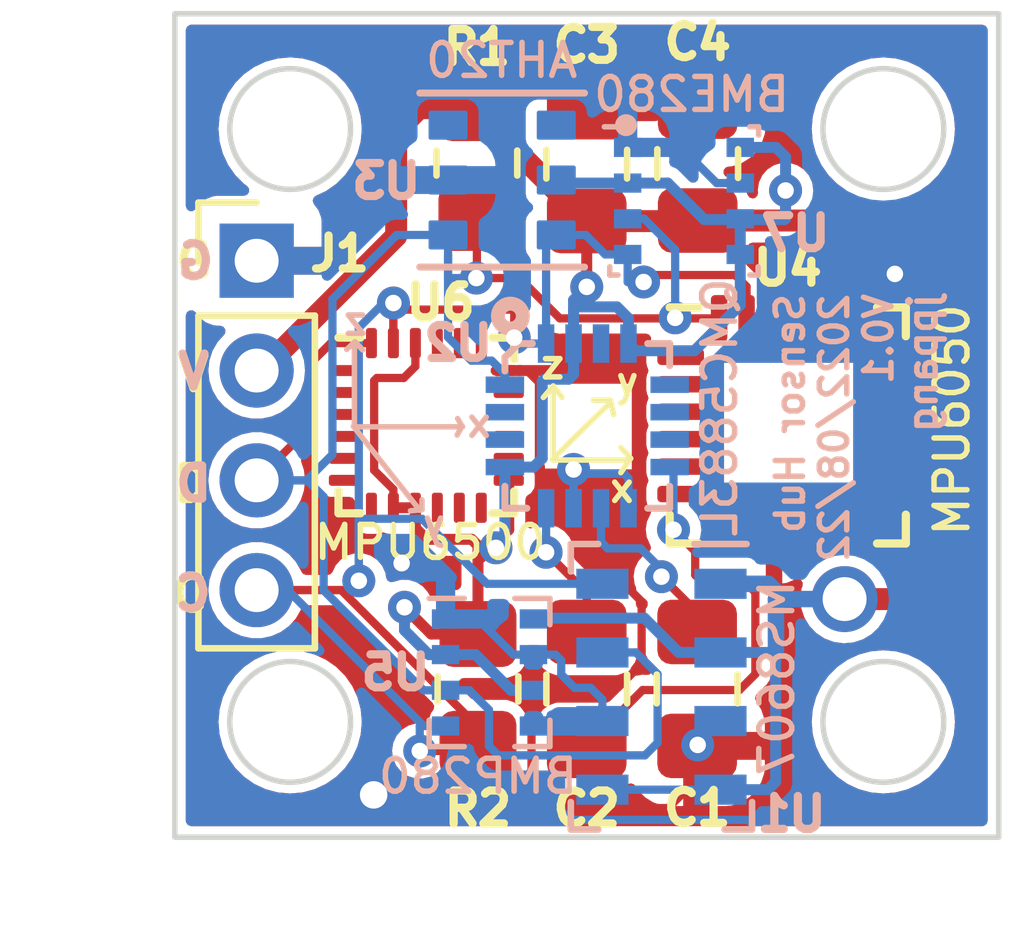
<source format=kicad_pcb>
(kicad_pcb (version 20211014) (generator pcbnew)
  (layers (0 "F.Cu" signal) (31 "B.Cu" signal) (34 "B.Paste" user) (35 "F.Paste" user) (36 "B.SilkS" user "B.Silkscreen") (37 "F.SilkS" user "F.Silkscreen") (38 "B.Mask" user) (39 "F.Mask" user) (44 "Edge.Cuts" user))
  (net 0 "")
  (net 1 "Net-(C1-Pad1)")
  (net 2 "GND")
  (net 3 "Net-(C2-Pad1)")
  (net 4 "Net-(C2-Pad2)")
  (net 5 "/3V3")
  (net 6 "/SDA")
  (net 7 "/SCL")
  (footprint "Capacitor_SMD:C_0805_2012Metric_Pad1.18x1.45mm_HandSolder" (layer "F.Cu") (at 107.5 102.3 -90)
    (fp_text reference "C2" (at 2.18 0 180) (layer "F.SilkS") (effects (font (size 0.6 0.6))))
    (fp_text value "0.22uF")
    (fp_line (start -0.261252 0.735) (end 0.261252 0.735) (layer "F.SilkS") (width 0.12))
    (fp_line (start -0.261252 -0.735) (end 0.261252 -0.735) (layer "F.SilkS") (width 0.12))
    (pad "1" smd roundrect locked (at -1.0375 0 270) (size 1.175 1.45) (layers "F.Cu" "F.Paste" "F.Mask") (roundrect_rratio 0.2127659574) (net 3 "Net-(C2-Pad1)"))
    (pad "2" smd roundrect locked (at 1.0375 0 270) (size 1.175 1.45) (layers "F.Cu" "F.Paste" "F.Mask") (roundrect_rratio 0.2127659574) (net 4 "Net-(C2-Pad2)"))
  )
  (footprint "Connector_PinHeader_2.00mm:PinHeader_1x04_P2.00mm_Vertical" (layer "F.Cu") (at 101.49 94.5)
    (fp_text reference "J1" (at 1.51 -0.13) (layer "F.SilkS") (effects (font (size 0.6 0.6))))
    (fp_text value "Conn_01x04")
    (fp_line (start -1.06 7.06) (end 1.06 7.06) (layer "F.SilkS") (width 0.12))
    (fp_line (start -1.06 -1.06) (end 0 -1.06) (layer "F.SilkS") (width 0.12))
    (fp_line (start 1.06 1) (end 1.06 7.06) (layer "F.SilkS") (width 0.12))
    (fp_line (start -1.06 0) (end -1.06 -1.06) (layer "F.SilkS") (width 0.12))
    (fp_line (start -1.06 1) (end 1.06 1) (layer "F.SilkS") (width 0.12))
    (fp_line (start -1.06 1) (end -1.06 7.06) (layer "F.SilkS") (width 0.12))
    (pad "1" thru_hole rect locked (at 0 0) (size 1.35 1.35) (drill 0.8) (layers *.Cu *.Mask) (net 2 "GND"))
    (pad "2" thru_hole oval locked (at 0 2) (size 1.35 1.35) (drill 0.8) (layers *.Cu *.Mask) (net 5 "/3V3"))
    (pad "3" thru_hole oval locked (at 0 4) (size 1.35 1.35) (drill 0.8) (layers *.Cu *.Mask) (net 6 "/SDA"))
    (pad "4" thru_hole oval locked (at 0 6) (size 1.35 1.35) (drill 0.8) (layers *.Cu *.Mask) (net 7 "/SCL"))
  )
  (footprint "Capacitor_SMD:C_0805_2012Metric_Pad1.18x1.45mm_HandSolder" (layer "F.Cu") (at 109.52 92.73 90)
    (fp_text reference "C4" (at 2.21 0 180) (layer "F.SilkS") (effects (font (size 0.6 0.6))))
    (fp_text value "0.1uF")
    (fp_line (start -0.261252 -0.735) (end 0.261252 -0.735) (layer "F.SilkS") (width 0.12))
    (fp_line (start -0.261252 0.735) (end 0.261252 0.735) (layer "F.SilkS") (width 0.12))
    (pad "1" smd roundrect locked (at -1.0375 0 90) (size 1.175 1.45) (layers "F.Cu" "F.Paste" "F.Mask") (roundrect_rratio 0.2127659574) (net 5 "/3V3"))
    (pad "2" smd roundrect locked (at 1.0375 0 90) (size 1.175 1.45) (layers "F.Cu" "F.Paste" "F.Mask") (roundrect_rratio 0.2127659574) (net 2 "GND"))
  )
  (footprint "Capacitor_SMD:C_0805_2012Metric_Pad1.18x1.45mm_HandSolder" (layer "F.Cu") (at 109.51 102.3 -90)
    (fp_text reference "C1" (at 2.17 0 180) (layer "F.SilkS") (effects (font (size 0.6 0.6))))
    (fp_text value "4.7uF")
    (fp_line (start -0.261252 -0.735) (end 0.261252 -0.735) (layer "F.SilkS") (width 0.12))
    (fp_line (start -0.261252 0.735) (end 0.261252 0.735) (layer "F.SilkS") (width 0.12))
    (pad "1" smd roundrect locked (at -1.0375 0 270) (size 1.175 1.45) (layers "F.Cu" "F.Paste" "F.Mask") (roundrect_rratio 0.2127659574) (net 1 "Net-(C1-Pad1)"))
    (pad "2" smd roundrect locked (at 1.0375 0 270) (size 1.175 1.45) (layers "F.Cu" "F.Paste" "F.Mask") (roundrect_rratio 0.2127659574) (net 2 "GND"))
  )
  (footprint "Resistor_SMD:R_0805_2012Metric_Pad1.20x1.40mm_HandSolder" (layer "F.Cu") (at 105.5 92.72 -90)
    (fp_text reference "R1" (at -2.11 0 -180) (layer "F.SilkS") (effects (font (size 0.6 0.6))))
    (fp_text value "4.7K")
    (fp_line (start -0.227064 0.735) (end 0.227064 0.735) (layer "F.SilkS") (width 0.12))
    (fp_line (start -0.227064 -0.735) (end 0.227064 -0.735) (layer "F.SilkS") (width 0.12))
    (pad "1" smd roundrect locked (at -1 0 270) (size 1.2 1.4) (layers "F.Cu" "F.Paste" "F.Mask") (roundrect_rratio 0.2083333333) (net 5 "/3V3"))
    (pad "2" smd roundrect locked (at 1 0 270) (size 1.2 1.4) (layers "F.Cu" "F.Paste" "F.Mask") (roundrect_rratio 0.2083333333) (net 6 "/SDA"))
  )
  (footprint "Capacitor_SMD:C_0805_2012Metric_Pad1.18x1.45mm_HandSolder" (layer "F.Cu") (at 107.5 92.74 90)
    (fp_text reference "C3" (at 2.17 0 180) (layer "F.SilkS") (effects (font (size 0.6 0.6))))
    (fp_text value "4.7uF")
    (fp_line (start -0.261252 0.735) (end 0.261252 0.735) (layer "F.SilkS") (width 0.12))
    (fp_line (start -0.261252 -0.735) (end 0.261252 -0.735) (layer "F.SilkS") (width 0.12))
    (pad "1" smd roundrect locked (at -1.0375 0 90) (size 1.175 1.45) (layers "F.Cu" "F.Paste" "F.Mask") (roundrect_rratio 0.2127659574) (net 5 "/3V3"))
    (pad "2" smd roundrect locked (at 1.0375 0 90) (size 1.175 1.45) (layers "F.Cu" "F.Paste" "F.Mask") (roundrect_rratio 0.2127659574) (net 2 "GND"))
  )
  (footprint "Resistor_SMD:R_0805_2012Metric_Pad1.20x1.40mm_HandSolder" (layer "F.Cu") (at 105.52 102.3 -90)
    (fp_text reference "R2" (at 2.18 0 -180) (layer "F.SilkS") (effects (font (size 0.6 0.6))))
    (fp_text value "4.7K")
    (fp_line (start -0.227064 -0.735) (end 0.227064 -0.735) (layer "F.SilkS") (width 0.12))
    (fp_line (start -0.227064 0.735) (end 0.227064 0.735) (layer "F.SilkS") (width 0.12))
    (pad "1" smd roundrect locked (at -1 0 270) (size 1.2 1.4) (layers "F.Cu" "F.Paste" "F.Mask") (roundrect_rratio 0.2083333333) (net 5 "/3V3"))
    (pad "2" smd roundrect locked (at 1 0 270) (size 1.2 1.4) (layers "F.Cu" "F.Paste" "F.Mask") (roundrect_rratio 0.2083333333) (net 7 "/SCL"))
  )
  (footprint "Sensor_Motion:InvenSense_QFN-24_3x3mm_P0.4mm" (layer "F.Cu") (at 104.58 97.5)
    (fp_text reference "U6" (at 0.26 -2.24) (layer "F.SilkS") (effects (font (size 0.6 0.6))))
    (fp_text value "MPU-9250")
    (fp_line (start 1.6 1.6) (end 1.6 1.2) (layer "F.SilkS") (width 0.15))
    (fp_line (start 1.6 -1.6) (end 1.2 -1.6) (layer "F.SilkS") (width 0.15))
    (fp_line (start 1.6 1.6) (end 1.2 1.6) (layer "F.SilkS") (width 0.15))
    (fp_line (start -1.6 1.6) (end -1.6 1.2) (layer "F.SilkS") (width 0.15))
    (fp_line (start -1.6 -1.6) (end -1.2 -1.6) (layer "F.SilkS") (width 0.15))
    (fp_line (start 1.6 -1.6) (end 1.6 -1.2) (layer "F.SilkS") (width 0.15))
    (fp_line (start -1.6 1.6) (end -1.2 1.6) (layer "F.SilkS") (width 0.15))
    (pad "1" smd roundrect locked (at -1.5 -1) (size 0.55 0.2) (layers "F.Cu" "F.Paste" "F.Mask"))
    (pad "2" smd roundrect locked (at -1.5 -0.6) (size 0.55 0.2) (layers "F.Cu" "F.Paste" "F.Mask"))
    (pad "3" smd roundrect locked (at -1.5 -0.2) (size 0.55 0.2) (layers "F.Cu" "F.Paste" "F.Mask"))
    (pad "4" smd roundrect locked (at -1.5 0.2) (size 0.55 0.2) (layers "F.Cu" "F.Paste" "F.Mask"))
    (pad "5" smd roundrect locked (at -1.5 0.6) (size 0.55 0.2) (layers "F.Cu" "F.Paste" "F.Mask"))
    (pad "6" smd roundrect locked (at -1.5 1) (size 0.55 0.2) (layers "F.Cu" "F.Paste" "F.Mask"))
    (pad "7" smd roundrect locked (at -1 1.5 90) (size 0.55 0.2) (layers "F.Cu" "F.Paste" "F.Mask"))
    (pad "8" smd roundrect locked (at -0.6 1.5 90) (size 0.55 0.2) (layers "F.Cu" "F.Paste" "F.Mask") (net 5 "/3V3"))
    (pad "9" smd roundrect locked (at -0.2 1.5 90) (size 0.55 0.2) (layers "F.Cu" "F.Paste" "F.Mask") (net 5 "/3V3"))
    (pad "10" smd roundrect locked (at 0.2 1.5 90) (size 0.55 0.2) (layers "F.Cu" "F.Paste" "F.Mask"))
    (pad "11" smd roundrect locked (at 0.6 1.5 90) (size 0.55 0.2) (layers "F.Cu" "F.Paste" "F.Mask"))
    (pad "12" smd roundrect locked (at 1 1.5 90) (size 0.55 0.2) (layers "F.Cu" "F.Paste" "F.Mask"))
    (pad "13" smd roundrect locked (at 1.5 1) (size 0.55 0.2) (layers "F.Cu" "F.Paste" "F.Mask") (net 5 "/3V3"))
    (pad "14" smd roundrect locked (at 1.5 0.6) (size 0.55 0.2) (layers "F.Cu" "F.Paste" "F.Mask"))
    (pad "15" smd roundrect locked (at 1.5 0.2) (size 0.55 0.2) (layers "F.Cu" "F.Paste" "F.Mask"))
    (pad "16" smd roundrect locked (at 1.5 -0.2) (size 0.55 0.2) (layers "F.Cu" "F.Paste" "F.Mask"))
    (pad "17" smd roundrect locked (at 1.5 -0.6) (size 0.55 0.2) (layers "F.Cu" "F.Paste" "F.Mask"))
    (pad "18" smd roundrect locked (at 1.5 -1) (size 0.55 0.2) (layers "F.Cu" "F.Paste" "F.Mask") (net 2 "GND"))
    (pad "19" smd roundrect locked (at 1 -1.5 90) (size 0.55 0.2) (layers "F.Cu" "F.Paste" "F.Mask"))
    (pad "20" smd roundrect locked (at 0.6 -1.5 90) (size 0.55 0.2) (layers "F.Cu" "F.Paste" "F.Mask"))
    (pad "21" smd roundrect locked (at 0.2 -1.5 90) (size 0.55 0.2) (layers "F.Cu" "F.Paste" "F.Mask"))
    (pad "22" smd roundrect locked (at -0.2 -1.5 90) (size 0.55 0.2) (layers "F.Cu" "F.Paste" "F.Mask") (net 5 "/3V3"))
    (pad "23" smd roundrect locked (at -0.6 -1.5 90) (size 0.55 0.2) (layers "F.Cu" "F.Paste" "F.Mask") (net 7 "/SCL"))
    (pad "24" smd roundrect locked (at -1 -1.5 90) (size 0.55 0.2) (layers "F.Cu" "F.Paste" "F.Mask") (net 6 "/SDA"))
  )
  (footprint "Sensor_Motion:InvenSense_QFN-24_4x4mm_P0.5mm" (layer "F.Cu") (at 111.16 97.5)
    (fp_text reference "U4" (at 0 -2.87) (layer "F.SilkS") (effects (font (size 0.6 0.6))))
    (fp_text value "MPU-6050")
    (fp_line (start 2.15 2.15) (end 2.15 1.625) (layer "F.SilkS") (width 0.15))
    (fp_line (start -2.15 -2.15) (end -1.625 -2.15) (layer "F.SilkS") (width 0.15))
    (fp_line (start 2.15 -2.15) (end 2.15 -1.625) (layer "F.SilkS") (width 0.15))
    (fp_line (start -2.15 2.15) (end -1.625 2.15) (layer "F.SilkS") (width 0.15))
    (fp_line (start 2.15 -2.15) (end 1.625 -2.15) (layer "F.SilkS") (width 0.15))
    (fp_line (start 2.15 2.15) (end 1.625 2.15) (layer "F.SilkS") (width 0.15))
    (fp_line (start -2.15 2.15) (end -2.15 1.625) (layer "F.SilkS") (width 0.15))
    (pad "1" smd roundrect locked (at -1.95 -1.25) (size 0.85 0.3) (layers "F.Cu" "F.Paste" "F.Mask"))
    (pad "2" smd roundrect locked (at -1.95 -0.75) (size 0.85 0.3) (layers "F.Cu" "F.Paste" "F.Mask"))
    (pad "3" smd roundrect locked (at -1.95 -0.25) (size 0.85 0.3) (layers "F.Cu" "F.Paste" "F.Mask"))
    (pad "4" smd roundrect locked (at -1.95 0.25) (size 0.85 0.3) (layers "F.Cu" "F.Paste" "F.Mask"))
    (pad "5" smd roundrect locked (at -1.95 0.75) (size 0.85 0.3) (layers "F.Cu" "F.Paste" "F.Mask"))
    (pad "6" smd roundrect locked (at -1.95 1.25) (size 0.85 0.3) (layers "F.Cu" "F.Paste" "F.Mask"))
    (pad "7" smd roundrect locked (at -1.25 1.95 90) (size 0.85 0.3) (layers "F.Cu" "F.Paste" "F.Mask"))
    (pad "8" smd roundrect locked (at -0.75 1.95 90) (size 0.85 0.3) (layers "F.Cu" "F.Paste" "F.Mask") (net 5 "/3V3"))
    (pad "9" smd roundrect locked (at -0.25 1.95 90) (size 0.85 0.3) (layers "F.Cu" "F.Paste" "F.Mask") (net 2 "GND"))
    (pad "10" smd roundrect locked (at 0.25 1.95 90) (size 0.85 0.3) (layers "F.Cu" "F.Paste" "F.Mask"))
    (pad "11" smd roundrect locked (at 0.75 1.95 90) (size 0.85 0.3) (layers "F.Cu" "F.Paste" "F.Mask"))
    (pad "12" smd roundrect locked (at 1.25 1.95 90) (size 0.85 0.3) (layers "F.Cu" "F.Paste" "F.Mask"))
    (pad "13" smd roundrect locked (at 1.95 1.25) (size 0.85 0.3) (layers "F.Cu" "F.Paste" "F.Mask") (net 5 "/3V3"))
    (pad "14" smd roundrect locked (at 1.95 0.75) (size 0.85 0.3) (layers "F.Cu" "F.Paste" "F.Mask"))
    (pad "15" smd roundrect locked (at 1.95 0.25) (size 0.85 0.3) (layers "F.Cu" "F.Paste" "F.Mask"))
    (pad "16" smd roundrect locked (at 1.95 -0.25) (size 0.85 0.3) (layers "F.Cu" "F.Paste" "F.Mask"))
    (pad "17" smd roundrect locked (at 1.95 -0.75) (size 0.85 0.3) (layers "F.Cu" "F.Paste" "F.Mask"))
    (pad "18" smd roundrect locked (at 1.95 -1.25) (size 0.85 0.3) (layers "F.Cu" "F.Paste" "F.Mask") (net 2 "GND"))
    (pad "19" smd roundrect locked (at 1.25 -1.95 90) (size 0.85 0.3) (layers "F.Cu" "F.Paste" "F.Mask"))
    (pad "20" smd roundrect locked (at 0.75 -1.95 90) (size 0.85 0.3) (layers "F.Cu" "F.Paste" "F.Mask"))
    (pad "21" smd roundrect locked (at 0.25 -1.95 90) (size 0.85 0.3) (layers "F.Cu" "F.Paste" "F.Mask"))
    (pad "22" smd roundrect locked (at -0.25 -1.95 90) (size 0.85 0.3) (layers "F.Cu" "F.Paste" "F.Mask"))
    (pad "23" smd roundrect locked (at -0.75 -1.95 90) (size 0.85 0.3) (layers "F.Cu" "F.Paste" "F.Mask") (net 7 "/SCL"))
    (pad "24" smd roundrect locked (at -1.25 -1.95 90) (size 0.85 0.3) (layers "F.Cu" "F.Paste" "F.Mask") (net 6 "/SDA"))
  )
  (footprint "AHT20:PSON100P300X300X110-6N" (layer "B.Cu") (at 105.96 93.03 180)
    (fp_text reference "U3" (at 2.11 -0.02) (layer "B.SilkS") (effects (font (size 0.6 0.6)) (justify mirror)))
    (fp_text value "AHT20")
    (fp_line (start 1.5 -1.585) (end -1.5 -1.585) (layer "B.SilkS") (width 0.127))
    (fp_line (start -1.5 1.585) (end 1.5 1.585) (layer "B.SilkS") (width 0.127))
    (fp_circle (center -2.255 1) (end -2.155 1) (layer "B.SilkS") (width 0.2) (fill none))
    (pad "1" smd roundrect locked (at -0.985 1 180) (size 0.71 0.53) (layers "B.Cu" "B.Paste" "B.Mask") (roundrect_rratio 0.07))
    (pad "2" smd roundrect locked (at -0.985 0 180) (size 0.71 0.53) (layers "B.Cu" "B.Paste" "B.Mask") (roundrect_rratio 0.07) (net 5 "/3V3"))
    (pad "3" smd roundrect locked (at -0.985 -1 180) (size 0.71 0.53) (layers "B.Cu" "B.Paste" "B.Mask") (roundrect_rratio 0.07) (net 7 "/SCL"))
    (pad "4" smd roundrect locked (at 0.985 -1 180) (size 0.71 0.53) (layers "B.Cu" "B.Paste" "B.Mask") (roundrect_rratio 0.07) (net 6 "/SDA"))
    (pad "5" smd roundrect locked (at 0.985 0 180) (size 0.71 0.53) (layers "B.Cu" "B.Paste" "B.Mask") (roundrect_rratio 0.07) (net 2 "GND"))
    (pad "6" smd roundrect locked (at 0.985 1 180) (size 0.71 0.53) (layers "B.Cu" "B.Paste" "B.Mask") (roundrect_rratio 0.07))
  )
  (footprint "Package_LGA:Bosch_LGA-8_2x2.5mm_P0.65mm_ClockwisePinNumbering" (layer "B.Cu") (at 105.73 102 -90)
    (fp_text reference "U5" (at 0 1.71 180) (layer "B.SilkS") (effects (font (size 0.6 0.6)) (justify mirror)))
    (fp_text value "BMP280")
    (fp_line (start -1.35 0.46) (end -1.35 1.1) (layer "B.SilkS") (width 0.1))
    (fp_line (start -1.35 -1.1) (end -1.35 -0.46) (layer "B.SilkS") (width 0.1))
    (fp_line (start -1.35 -1.1) (end -0.87 -1.1) (layer "B.SilkS") (width 0.1))
    (fp_line (start 0.87 1.1) (end 1.35 1.1) (layer "B.SilkS") (width 0.1))
    (fp_line (start 0.87 -1.1) (end 1.35 -1.1) (layer "B.SilkS") (width 0.1))
    (fp_line (start 1.35 0.46) (end 1.35 1.1) (layer "B.SilkS") (width 0.1))
    (fp_line (start 1.35 -1.1) (end 1.35 -0.46) (layer "B.SilkS") (width 0.1))
    (pad "1" smd rect locked (at -0.975 0.8 180) (size 0.5 0.35) (layers "B.Cu" "B.Paste" "B.Mask") (net 2 "GND"))
    (pad "2" smd rect locked (at -0.325 0.8 180) (size 0.5 0.35) (layers "B.Cu" "B.Paste" "B.Mask") (net 5 "/3V3"))
    (pad "3" smd rect locked (at 0.325 0.8 180) (size 0.5 0.35) (layers "B.Cu" "B.Paste" "B.Mask") (net 6 "/SDA"))
    (pad "4" smd rect locked (at 0.975 0.8 180) (size 0.5 0.35) (layers "B.Cu" "B.Paste" "B.Mask") (net 7 "/SCL"))
    (pad "5" smd rect locked (at 0.975 -0.8 180) (size 0.5 0.35) (layers "B.Cu" "B.Paste" "B.Mask") (net 2 "GND"))
    (pad "6" smd rect locked (at 0.325 -0.8 180) (size 0.5 0.35) (layers "B.Cu" "B.Paste" "B.Mask") (net 5 "/3V3"))
    (pad "7" smd rect locked (at -0.325 -0.8 180) (size 0.5 0.35) (layers "B.Cu" "B.Paste" "B.Mask") (net 2 "GND"))
    (pad "8" smd rect locked (at -0.975 -0.8 180) (size 0.5 0.35) (layers "B.Cu" "B.Paste" "B.Mask") (net 5 "/3V3"))
  )
  (footprint "HMC5883L:PLCC16-0.5-3X3MM" (layer "B.Cu") (at 109.01 96.0085 -90)
    (property "VALUE" "HMC5883L")
    (fp_text reference "U2" (at -0.0085 3.85 180) (layer "B.SilkS") (effects (font (size 0.6 0.6)) (justify mirror)))
    (fp_text value "QMC5883L" (at 1.1615 -0.91 -90) (layer "B.SilkS") (effects (font (size 0.6 0.6) (thickness 0.1)) (justify mirror)))
    (fp_line (start 2.6 3) (end 3 3) (layer "B.SilkS") (width 0.127))
    (fp_line (start 0.5 3) (end 0.25 3) (layer "B.SilkS") (width 0.127))
    (fp_line (start 3 2.6) (end 3 3) (layer "B.SilkS") (width 0.127))
    (fp_line (start 3 0.4) (end 3 0) (layer "B.SilkS") (width 0.127))
    (fp_line (start 0.25 3) (end 0 2.75) (layer "B.SilkS") (width 0.127))
    (fp_line (start 0 0) (end 0 0.4) (layer "B.SilkS") (width 0.127))
    (fp_line (start 0 2.75) (end 0 2.5) (layer "B.SilkS") (width 0.127))
    (fp_line (start 3 0) (end 2.6 0) (layer "B.SilkS") (width 0.127))
    (fp_line (start 0.4 0) (end 0 0) (layer "B.SilkS") (width 0.127))
    (fp_circle (center -0.5 2.9) (end -0.4 2.9) (layer "B.SilkS") (width 0.254) (fill none))
    (pad "1" smd rect locked (at 0 2.25 270) (size 0.7 0.3) (layers "B.Cu" "B.Paste" "B.Mask") (net 7 "/SCL"))
    (pad "2" smd rect locked (at 0 1.75 270) (size 0.7 0.3) (layers "B.Cu" "B.Paste" "B.Mask") (net 5 "/3V3"))
    (pad "3" smd rect locked (at 0 1.25 270) (size 0.7 0.3) (layers "B.Cu" "B.Paste" "B.Mask"))
    (pad "4" smd rect locked (at 0 0.75 270) (size 0.7 0.3) (layers "B.Cu" "B.Paste" "B.Mask") (net 5 "/3V3"))
    (pad "5" smd rect locked (at 0.75 0 180) (size 0.7 0.3) (layers "B.Cu" "B.Paste" "B.Mask"))
    (pad "6" smd rect locked (at 1.25 0 180) (size 0.7 0.3) (layers "B.Cu" "B.Paste" "B.Mask"))
    (pad "7" smd rect locked (at 1.75 0 180) (size 0.7 0.3) (layers "B.Cu" "B.Paste" "B.Mask"))
    (pad "8" smd rect locked (at 2.25 0 180) (size 0.7 0.3) (layers "B.Cu" "B.Paste" "B.Mask") (net 4 "Net-(C2-Pad2)"))
    (pad "9" smd rect locked (at 3 0.75 270) (size 0.7 0.3) (layers "B.Cu" "B.Paste" "B.Mask") (net 2 "GND"))
    (pad "10" smd rect locked (at 3 1.25 270) (size 0.7 0.3) (layers "B.Cu" "B.Paste" "B.Mask") (net 1 "Net-(C1-Pad1)"))
    (pad "11" smd rect locked (at 3 1.75 270) (size 0.7 0.3) (layers "B.Cu" "B.Paste" "B.Mask") (net 2 "GND"))
    (pad "12" smd rect locked (at 3 2.25 270) (size 0.7 0.3) (layers "B.Cu" "B.Paste" "B.Mask") (net 3 "Net-(C2-Pad1)"))
    (pad "13" smd rect locked (at 2.25 3 180) (size 0.7 0.3) (layers "B.Cu" "B.Paste" "B.Mask") (net 5 "/3V3"))
    (pad "14" smd rect locked (at 1.75 3 180) (size 0.7 0.3) (layers "B.Cu" "B.Paste" "B.Mask"))
    (pad "15" smd rect locked (at 1.25 3 180) (size 0.7 0.3) (layers "B.Cu" "B.Paste" "B.Mask"))
    (pad "16" smd rect locked (at 0.75 3 180) (size 0.7 0.3) (layers "B.Cu" "B.Paste" "B.Mask") (net 6 "/SDA"))
  )
  (footprint "Package_LGA:Bosch_LGA-8_2.5x2.5mm_P0.65mm_ClockwisePinNumbering" (layer "B.Cu") (at 109.27 93.41 -90)
    (fp_text reference "U7" (at 0.59 -2.03 180) (layer "B.SilkS") (effects (font (size 0.6 0.6)) (justify mirror)))
    (fp_text value "BME280")
    (fp_line (start 1.35 -1.35) (end 1.2 -1.35) (layer "B.SilkS") (width 0.1))
    (fp_line (start -1.35 -1.35) (end -1.35 -1.2) (layer "B.SilkS") (width 0.1))
    (fp_line (start -1.35 -1.36) (end -1.2 -1.36) (layer "B.SilkS") (width 0.1))
    (fp_line (start 1.2 1.35) (end 1.35 1.35) (layer "B.SilkS") (width 0.1))
    (fp_line (start 1.35 1.35) (end 1.35 1.2) (layer "B.SilkS") (width 0.1))
    (fp_line (start 1.35 -1.35) (end 1.35 -1.2) (layer "B.SilkS") (width 0.1))
    (fp_line (start -1.35 1.2) (end -1.35 1.45) (layer "B.SilkS") (width 0.1))
    (pad "1" smd rect locked (at -0.975 1.025 180) (size 0.5 0.35) (layers "B.Cu" "B.Paste" "B.Mask") (net 2 "GND"))
    (pad "2" smd rect locked (at -0.325 1.025 180) (size 0.5 0.35) (layers "B.Cu" "B.Paste" "B.Mask") (net 5 "/3V3"))
    (pad "3" smd rect locked (at 0.325 1.025 180) (size 0.5 0.35) (layers "B.Cu" "B.Paste" "B.Mask") (net 6 "/SDA"))
    (pad "4" smd rect locked (at 0.975 1.025 180) (size 0.5 0.35) (layers "B.Cu" "B.Paste" "B.Mask") (net 7 "/SCL"))
    (pad "5" smd rect locked (at 0.975 -1.025 180) (size 0.5 0.35) (layers "B.Cu" "B.Paste" "B.Mask") (net 5 "/3V3"))
    (pad "6" smd rect locked (at 0.325 -1.025 180) (size 0.5 0.35) (layers "B.Cu" "B.Paste" "B.Mask") (net 5 "/3V3"))
    (pad "7" smd rect locked (at -0.325 -1.025 180) (size 0.5 0.35) (layers "B.Cu" "B.Paste" "B.Mask") (net 2 "GND"))
    (pad "8" smd rect locked (at -0.975 -1.025 180) (size 0.5 0.35) (layers "B.Cu" "B.Paste" "B.Mask") (net 5 "/3V3"))
  )
  (footprint "Package_LGA:LGA-8_3x5mm_P1.25mm" (layer "B.Cu") (at 108.86 102.26 180)
    (fp_text reference "U1" (at -2.37 -2.32) (layer "B.SilkS") (effects (font (size 0.6 0.6)) (justify mirror)))
    (fp_text value "MS5611-01BA")
    (fp_line (start 1.65 -2.1) (end 1.65 -2.6) (layer "B.SilkS") (width 0.12))
    (fp_line (start -1.65 -2.6) (end -1.65 -2.1) (layer "B.SilkS") (width 0.12))
    (fp_line (start 1.65 2.6) (end 1.65 2.1) (layer "B.SilkS") (width 0.12))
    (fp_line (start -1.15 -2.6) (end -1.65 -2.6) (layer "B.SilkS") (width 0.12))
    (fp_line (start -1.55 2.6) (end -0.6 2.6) (layer "B.SilkS") (width 0.12))
    (fp_line (start 1.15 2.6) (end 1.65 2.6) (layer "B.SilkS") (width 0.12))
    (fp_line (start 1.65 -2.6) (end 1.15 -2.6) (layer "B.SilkS") (width 0.12))
    (pad "1" smd rect locked (at -1.075 1.875 180) (size 0.95 0.55) (layers "B.Cu" "B.Paste" "B.Mask") (net 5 "/3V3"))
    (pad "2" smd rect locked (at -1.075 0.625 180) (size 0.95 0.55) (layers "B.Cu" "B.Paste" "B.Mask") (net 5 "/3V3"))
    (pad "3" smd rect locked (at -1.075 -0.625 180) (size 0.95 0.55) (layers "B.Cu" "B.Paste" "B.Mask") (net 2 "GND"))
    (pad "4" smd rect locked (at -1.075 -1.875 180) (size 0.95 0.55) (layers "B.Cu" "B.Paste" "B.Mask") (net 5 "/3V3"))
    (pad "5" smd rect locked (at 1.075 -1.875 180) (size 0.95 0.55) (layers "B.Cu" "B.Paste" "B.Mask") (net 5 "/3V3"))
    (pad "6" smd rect locked (at 1.075 -0.625 180) (size 0.95 0.55) (layers "B.Cu" "B.Paste" "B.Mask") (net 2 "GND"))
    (pad "7" smd rect locked (at 1.075 0.625 180) (size 0.95 0.55) (layers "B.Cu" "B.Paste" "B.Mask") (net 6 "/SDA"))
    (pad "8" smd rect locked (at 1.075 1.875 180) (size 0.95 0.55) (layers "B.Cu" "B.Paste" "B.Mask") (net 7 "/SCL"))
  )
  (gr_line (start 103.27 97.525) (end 105.24 97.525) (layer "B.SilkS") (width 0.1))
  (gr_line (start 103.25 97.515) (end 104.46 99.045) (layer "B.SilkS") (width 0.1))
  (gr_line (start 105.23 97.515) (end 105.14 97.675) (layer "B.SilkS") (width 0.1))
  (gr_line (start 104.5 98.855) (end 104.5 99.035) (layer "B.SilkS") (width 0.1))
  (gr_line (start 105.15 97.375) (end 105.23 97.515) (layer "B.SilkS") (width 0.1))
  (gr_line (start 103.28 95.975) (end 103.13 96.115) (layer "B.SilkS") (width 0.1))
  (gr_line (start 103.42 96.125) (end 103.3 95.995) (layer "B.SilkS") (width 0.1))
  (gr_line (start 104.5 99.035) (end 104.29 99.055) (layer "B.SilkS") (width 0.1))
  (gr_line (start 103.27 97.505) (end 103.27 95.995) (layer "B.SilkS") (width 0.1))
  (gr_line (start 107.62 97.04) (end 107.93 97.04) (layer "F.SilkS") (width 0.1))
  (gr_line (start 107.93 97.04) (end 107.99 97.3) (layer "F.SilkS") (width 0.1))
  (gr_line (start 108.3 98.1) (end 108.12 98.36) (layer "F.SilkS") (width 0.1))
  (gr_line (start 106.88 98.13) (end 108.27 98.13) (layer "F.SilkS") (width 0.1))
  (gr_line (start 106.71 96.99) (end 106.89 96.78) (layer "F.SilkS") (width 0.1))
  (gr_line (start 106.89 98.07) (end 106.89 96.83) (layer "F.SilkS") (width 0.1))
  (gr_line (start 108.12 97.9) (end 108.3 98.1) (layer "F.SilkS") (width 0.1))
  (gr_line (start 106.88 98.11) (end 107.87 97.14) (layer "F.SilkS") (width 0.1))
  (gr_line (start 106.89 96.78) (end 107.05 96.99) (layer "F.SilkS") (width 0.1))
  (gr_circle locked (center 112.9 92.1) (end 114 92.1) (layer "Edge.Cuts") (width 0.1) (fill none))
  (gr_circle locked (center 102.1 92.1) (end 103.2 92.1) (layer "Edge.Cuts") (width 0.1) (fill none))
  (gr_circle locked (center 112.9 102.9) (end 114 102.9) (layer "Edge.Cuts") (width 0.1) (fill none))
  (gr_rect locked (start 100 90) (end 115 105) (layer "Edge.Cuts") (width 0.1) (fill none))
  (gr_circle locked (center 102.1 102.9) (end 103.2 102.9) (layer "Edge.Cuts") (width 0.1) (fill none))
  (gr_text "C" (at 100.33 100.56) (layer "B.SilkS") (effects (font (size 0.6 0.6)) (justify mirror)))
  (gr_text "G" (at 100.38 94.51) (layer "B.SilkS") (effects (font (size 0.6 0.6)) (justify mirror)))
  (gr_text "D" (at 100.34 98.56) (layer "B.SilkS") (effects (font (size 0.6 0.6)) (justify mirror)))
  (gr_text "AHT20" (at 105.95 90.85) (layer "B.SilkS") (effects (font (size 0.6 0.6) (thickness 0.1)) (justify mirror)))
  (gr_text "MS8607" (at 110.96 102.1 90) (layer "B.SilkS") (effects (font (size 0.6 0.6) (thickness 0.1)) (justify mirror)))
  (gr_text "V" (at 100.34 96.52) (layer "B.SilkS") (effects (font (size 0.6 0.6)) (justify mirror)))
  (gr_text "BMP280" (at 105.52 103.89) (layer "B.SilkS") (effects (font (size 0.6 0.6) (thickness 0.1)) (justify mirror)))
  (gr_text "z" (at 103.29 95.595) (layer "B.SilkS") (effects (font (size 0.5 0.5) (thickness 0.1)) (justify mirror)))
  (gr_text "BME280" (at 109.41 91.47) (layer "B.SilkS") (effects (font (size 0.6 0.6) (thickness 0.1)) (justify mirror)))
  (gr_text "y" (at 104.72 99.295) (layer "B.SilkS") (effects (font (size 0.5 0.5) (thickness 0.1)) (justify mirror)))
  (gr_text "Sensor Hub\n2022/08/22\nV0.1\njppang" (at 112.41 95.05 90) (layer "B.SilkS") (effects (font (size 0.5 0.5) (thickness 0.1)) (justify left mirror)))
  (gr_text "x" (at 105.54 97.455) (layer "B.SilkS") (effects (font (size 0.5 0.5) (thickness 0.1)) (justify mirror)))
  (gr_text "V" (at 100.34 96.55) (layer "F.SilkS") (effects (font (size 0.6 0.6))))
  (gr_text "G" (at 100.35 94.5) (layer "F.SilkS") (effects (font (size 0.6 0.6))))
  (gr_text "C" (at 100.27 100.57) (layer "F.SilkS") (effects (font (size 0.6 0.6))))
  (gr_text "MPU6050" (at 114.15 97.4 90) (layer "F.SilkS") (effects (font (size 0.6 0.6) (thickness 0.1))))
  (gr_text "D" (at 100.3 98.57) (layer "F.SilkS") (effects (font (size 0.6 0.6))))
  (gr_text "MPU6500" (at 104.65 99.63) (layer "F.SilkS") (effects (font (size 0.6 0.6) (thickness 0.1))))
  (gr_text "x" (at 108.14 98.64) (layer "F.SilkS") (effects (font (size 0.5 0.5) (thickness 0.1))))
  (gr_text "y" (at 108.24 96.7) (layer "F.SilkS") (effects (font (size 0.5 0.5) (thickness 0.1))))
  (gr_text "z" (at 106.88 96.39) (layer "F.SilkS") (effects (font (size 0.5 0.5) (thickness 0.1))))
  (segment (start 109.51 100.90575) (end 109.51 101.2625) (width 0.15) (layer "F.Cu") (net 1))
  (segment (start 108.859375 100.255125) (end 109.51 100.90575) (width 0.15) (layer "F.Cu") (net 1))
  (via (at 108.859375 100.255125) (size 0.6) (drill 0.3) (layers "F.Cu" "B.Cu") (net 1))
  (segment (start 107.88 99.74) (end 107.76 99.62) (width 0.15) (layer "B.Cu") (net 1))
  (segment (start 108.48 99.74) (end 107.88 99.74) (width 0.15) (layer "B.Cu") (net 1))
  (segment (start 108.859375 100.119375) (end 108.48 99.74) (width 0.15) (layer "B.Cu") (net 1))
  (segment (start 108.859375 100.255125) (end 108.859375 100.119375) (width 0.15) (layer "B.Cu") (net 1))
  (segment (start 107.76 99.62) (end 107.76 99.0085) (width 0.15) (layer "B.Cu") (net 1))
  (segment (start 107.24 99.26) (end 108.08 99.26) (width 0.15) (layer "F.Cu") (net 2))
  (segment (start 108.073205 102.27) (end 106.74 102.27) (width 0.15) (layer "F.Cu") (net 2))
  (segment (start 108.49952 100.707737) (end 108.49952 101.843684) (width 0.15) (layer "F.Cu") (net 2))
  (segment (start 106.41394 96.5) (end 106.62952 96.71558) (width 0.15) (layer "F.Cu") (net 2))
  (segment (start 106.62952 98.64952) (end 107.24 99.26) (width 0.15) (layer "F.Cu") (net 2))
  (segment (start 110.93 103.07) (end 110.6625 103.3375) (width 0.15) (layer "F.Cu") (net 2))
  (segment (start 113.11 96.25) (end 113.11 94.74) (width 0.2) (layer "F.Cu") (net 2))
  (segment (start 106.62952 98.23952) (end 106.62952 98.64952) (width 0.15) (layer "F.Cu") (net 2))
  (segment (start 106.08 96.5) (end 106.41394 96.5) (width 0.15) (layer "F.Cu") (net 2))
  (segment (start 110.6625 103.3375) (end 109.51 103.3375) (width 0.15) (layer "F.Cu") (net 2))
  (segment (start 106.79 104.47) (end 108.98 104.47) (width 0.15) (layer "F.Cu") (net 2))
  (segment (start 108.26 100.468217) (end 108.49952 100.707737) (width 0.15) (layer "F.Cu") (net 2))
  (segment (start 108.49952 101.843684) (end 108.073205 102.27) (width 0.15) (layer "F.Cu") (net 2))
  (segment (start 106.62952 96.71558) (end 106.62952 98.23952) (width 0.15) (layer "F.Cu") (net 2))
  (segment (start 110.93 99.47) (end 110.93 103.07) (width 0.15) (layer "F.Cu") (net 2))
  (segment (start 109.51 103.94) (end 109.51 103.3375) (width 0.15) (layer "F.Cu") (net 2))
  (segment (start 108.98 104.47) (end 109.51 103.94) (width 0.15) (layer "F.Cu") (net 2))
  (segment (start 108.08 99.26) (end 108.26 99.44) (width 0.15) (layer "F.Cu") (net 2))
  (segment (start 108.26 99.44) (end 108.26 100.468217) (width 0.15) (layer "F.Cu") (net 2))
  (segment (start 110.91 99.45) (end 110.93 99.47) (width 0.15) (layer "F.Cu") (net 2))
  (segment (start 106.74 102.27) (end 106.49452 102.51548) (width 0.15) (layer "F.Cu") (net 2))
  (segment (start 106.49452 104.17452) (end 106.79 104.47) (width 0.15) (layer "F.Cu") (net 2))
  (segment (start 106.63 98.36) (end 107.202126 98.36) (width 0.15) (layer "F.Cu") (net 2))
  (segment (start 107.202126 98.36) (end 107.26 98.302126) (width 0.15) (layer "F.Cu") (net 2))
  (segment (start 106.49452 102.51548) (end 106.49452 104.17452) (width 0.15) (layer "F.Cu") (net 2))
  (via (at 113.11 94.74) (size 0.6) (drill 0.3) (layers "F.Cu" "B.Cu") (net 2))
  (via (at 103.62 104.23) (size 0.8) (drill 0.5) (layers "F.Cu" "B.Cu") (net 2))
  (via (at 109.52 103.32) (size 0.6) (drill 0.3) (layers "F.Cu" "B.Cu") (net 2))
  (via (at 107.26 98.302126) (size 0.6) (drill 0.3) (layers "F.Cu" "B.Cu") (net 2))
  (via (at 104.13 100.01) (size 0.6) (drill 0.3) (layers "F.Cu" "B.Cu") (net 2))
  (segment (start 107.26 99.0085) (end 107.26 98.459478) (width 0.15) (layer "B.Cu") (net 2))
  (segment (start 113.845489 104.684511) (end 114.54 103.99) (width 0.15) (layer "B.Cu") (net 2))
  (segment (start 107.57 102.28) (end 107.785 102.495) (width 0.15) (layer "B.Cu") (net 2))
  (segment (start 114.54 95.19) (end 114.06 94.71) (width 0.15) (layer "B.Cu") (net 2))
  (segment (start 103.62 104.23) (end 104.074511 104.684511) (width 0.15) (layer "B.Cu") (net 2))
  (segment (start 106.53 101.675) (end 106.93 101.675) (width 0.15) (layer "B.Cu") (net 2))
  (segment (start 113.14 94.71) (end 113.11 94.74) (width 0.15) (layer "B.Cu") (net 2))
  (segment (start 109.215 92.435) (end 108.245 92.435) (width 0.15) (layer "B.Cu") (net 2))
  (segment (start 106.93 101.675) (end 107.035489 101.780489) (width 0.15) (layer "B.Cu") (net 2))
  (segment (start 104.074511 104.684511) (end 113.845489 104.684511) (width 0.15) (layer "B.Cu") (net 2))
  (segment (start 110.295 93.085) (end 109.865 93.085) (width 0.15) (layer "B.Cu") (net 2))
  (segment (start 107.035489 102.035489) (end 107.28 102.28) (width 0.15) (layer "B.Cu") (net 2))
  (segment (start 107.785 102.495) (end 107.785 102.885) (width 0.15) (layer "B.Cu") (net 2))
  (segment (start 106.53 101.675) (end 106.165 101.675) (width 0.15) (layer "B.Cu") (net 2))
  (segment (start 107.28 102.28) (end 107.57 102.28) (width 0.15) (layer "B.Cu") (net 2))
  (segment (start 107.26 98.302126) (end 107.26 99.0085) (width 0.15) (layer "B.Cu") (net 2))
  (segment (start 108.180522 98.38) (end 108.26 98.459478) (width 0.15) (layer "B.Cu") (net 2))
  (segment (start 105.515 101.025) (end 104.93 101.025) (width 0.15) (layer "B.Cu") (net 2))
  (segment (start 107.26 98.459478) (end 107.339478 98.38) (width 0.15) (layer "B.Cu") (net 2))
  (segment (start 108.26 98.459478) (end 108.26 99.0085) (width 0.15) (layer "B.Cu") (net 2))
  (segment (start 107.035489 101.780489) (end 107.035489 102.035489) (width 0.15) (layer "B.Cu") (net 2))
  (segment (start 106.165 101.675) (end 105.515 101.025) (width 0.15) (layer "B.Cu") (net 2))
  (segment (start 107.339478 98.38) (end 108.180522 98.38) (width 0.15) (layer "B.Cu") (net 2))
  (segment (start 114.54 103.99) (end 114.54 95.19) (width 0.15) (layer "B.Cu") (net 2))
  (segment (start 114.06 94.71) (end 113.14 94.71) (width 0.15) (layer "B.Cu") (net 2))
  (segment (start 109.865 93.085) (end 109.215 92.435) (width 0.15) (layer "B.Cu") (net 2))
  (segment (start 107.5 100.5505) (end 107.5 101.2625) (width 0.15) (layer "F.Cu") (net 3))
  (segment (start 106.76 99.8105) (end 107.5 100.5505) (width 0.15) (layer "F.Cu") (net 3))
  (via (at 106.76 99.8105) (size 0.6) (drill 0.3) (layers "F.Cu" "B.Cu") (net 3))
  (segment (start 106.76 99.8105) (end 106.76 99.0085) (width 0.15) (layer "B.Cu") (net 3))
  (segment (start 109.474511 100.224511) (end 109.49 100.24) (width 0.15) (layer "F.Cu") (net 4))
  (segment (start 108.9205 99.3995) (end 109.08 99.3995) (width 0.15) (layer "F.Cu") (net 4))
  (segment (start 110.57 102.03) (end 110.28 102.32) (width 0.15) (layer "F.Cu") (net 4))
  (segment (start 109.49 100.24) (end 110.27 100.24) (width 0.15) (layer "F.Cu") (net 4))
  (segment (start 109.08 99.3995) (end 109.474511 99.794011) (width 0.15) (layer "F.Cu") (net 4))
  (segment (start 110.28 102.32) (end 108.5175 102.32) (width 0.15) (layer "F.Cu") (net 4))
  (segment (start 108.5175 102.32) (end 107.5 103.3375) (width 0.15) (layer "F.Cu") (net 4))
  (segment (start 110.57 100.54) (end 110.57 102.03) (width 0.15) (layer "F.Cu") (net 4))
  (segment (start 110.27 100.24) (end 110.57 100.54) (width 0.15) (layer "F.Cu") (net 4))
  (segment (start 109.474511 99.794011) (end 109.474511 100.224511) (width 0.15) (layer "F.Cu") (net 4))
  (via (at 109.08 99.3995) (size 0.6) (drill 0.3) (layers "F.Cu" "B.Cu") (net 4))
  (segment (start 109.08 99.3995) (end 109.08 98.3285) (width 0.15) (layer "B.Cu") (net 4))
  (segment (start 109.08 98.3285) (end 109.01 98.2585) (width 0.15) (layer "B.Cu") (net 4))
  (segment (start 113.6675 93.7675) (end 109.52 93.7675) (width 0.4) (layer "F.Cu") (net 5))
  (segment (start 104.03 92.14) (end 104.45 91.72) (width 0.4) (layer "F.Cu") (net 5))
  (segment (start 114.04 94.14) (end 113.6675 93.7675) (width 0.4) (layer "F.Cu") (net 5))
  (segment (start 104.669256 101.3) (end 105.52 101.3) (width 0.2) (layer "F.Cu") (net 5))
  (segment (start 113.11 98.75) (end 112.664651 98.75) (width 0.2) (layer "F.Cu") (net 5))
  (segment (start 103.76442 98.45048) (end 103.98 98.66606) (width 0.15) (layer "F.Cu") (net 5))
  (segment (start 106.08 98.5) (end 106.08 99.4) (width 0.2) (layer "F.Cu") (net 5))
  (segment (start 111.12 93.69) (end 111.0425 93.7675) (width 0.2) (layer "F.Cu") (net 5))
  (segment (start 111.12 93.22) (end 111.12 93.69) (width 0.2) (layer "F.Cu") (net 5))
  (segment (start 103.678926 96.63498) (end 103.62952 96.684386) (width 0.15) (layer "F.Cu") (net 5))
  (segment (start 105.5 91.7775) (end 107.5 93.7775) (width 0.4) (layer "F.Cu") (net 5))
  (segment (start 103.98 98.66606) (end 103.98 99) (width 0.15) (layer "F.Cu") (net 5))
  (segment (start 113.11 98.75) (end 113.99 98.75) (width 0.2) (layer "F.Cu") (net 5))
  (segment (start 107.544099 93.733401) (end 107.5 93.7775) (width 0.2) (layer "F.Cu") (net 5))
  (segment (start 104.181898 100.812642) (end 104.669256 101.3) (width 0.2) (layer "F.Cu") (net 5))
  (segment (start 101.58 96.5) (end 104.03 94.05) (width 0.4) (layer "F.Cu") (net 5))
  (segment (start 103.764386 98.45048) (end 103.76442 98.45048) (width 0.15) (layer "F.Cu") (net 5))
  (segment (start 107.544099 93.34508) (end 107.544099 93.733401) (width 0.2) (layer "F.Cu") (net 5))
  (segment (start 112.194695 100.663172) (end 113.136828 100.663172) (width 0.4) (layer "F.Cu") (net 5))
  (segment (start 111.0425 93.7675) (end 109.52 93.7675) (width 0.2) (layer "F.Cu") (net 5))
  (segment (start 105.52 100.42) (end 105.52 101.3) (width 0.2) (layer "F.Cu") (net 5))
  (segment (start 101.49 96.5) (end 101.58 96.5) (width 0.4) (layer "F.Cu") (net 5))
  (segment (start 105.40452 99.57452) (end 105.52 99.69) (width 0.2) (layer "F.Cu") (net 5))
  (segment (start 107.5 94.9755) (end 107.5 93.7775) (width 0.2) (layer "F.Cu") (net 5))
  (segment (start 107.5 93.7775) (end 109.51 93.7775) (width 0.4) (layer "F.Cu") (net 5))
  (segment (start 105.52 99.96) (end 105.52 100.42) (width 0.2) (layer "F.Cu") (net 5))
  (segment (start 103.62952 98.315614) (end 103.764386 98.45048) (width 0.15) (layer "F.Cu") (net 5))
  (segment (start 110.41 98.75) (end 110.41 99.45) (width 0.2) (layer "F.Cu") (net 5))
  (segment (start 104.585225 99.57452) (end 105.40452 99.57452) (width 0.2) (layer "F.Cu") (net 5))
  (segment (start 110.46 98.7) (end 110.41 98.75) (width 0.2) (layer "F.Cu") (net 5))
  (segment (start 104.38 99.369295) (end 104.585225 99.57452) (width 0.2) (layer "F.Cu") (net 5))
  (segment (start 106.08 99.4) (end 105.52 99.96) (width 0.2) (layer "F.Cu") (net 5))
  (segment (start 104.45 91.72) (end 105.5 91.72) (width 0.4) (layer "F.Cu") (net 5))
  (segment (start 103.62952 96.684386) (end 103.62952 98.315614) (width 0.15) (layer "F.Cu") (net 5))
  (segment (start 105.5 91.72) (end 105.5 91.7775) (width 0.4) (layer "F.Cu") (net 5))
  (segment (start 104.38 99) (end 103.98 99) (width 0.2) (layer "F.Cu") (net 5))
  (segment (start 104.03 94.05) (end 104.03 92.14) (width 0.4) (layer "F.Cu") (net 5))
  (segment (start 112.664651 98.75) (end 112.614651 98.7) (width 0.2) (layer "F.Cu") (net 5))
  (segment (start 109.51 93.7775) (end 109.52 93.7675) (width 0.4) (layer "F.Cu") (net 5))
  (segment (start 114.04 99.76) (end 114.04 94.14) (width 0.4) (layer "F.Cu") (net 5))
  (segment (start 112.614651 98.7) (end 110.46 98.7) (width 0.2) (layer "F.Cu") (net 5))
  (segment (start 104.169042 96.63498) (end 103.678926 96.63498) (width 0.15) (layer "F.Cu") (net 5))
  (segment (start 104.38 96.424022) (end 104.169042 96.63498) (width 0.15) (layer "F.Cu") (net 5))
  (segment (start 113.136828 100.663172) (end 114.04 99.76) (width 0.4) (layer "F.Cu") (net 5))
  (segment (start 105.52 99.69) (end 105.52 100.42) (width 0.2) (layer "F.Cu") (net 5))
  (segment (start 104.38 99) (end 104.38 99.369295) (width 0.2) (layer "F.Cu") (net 5))
  (segment (start 104.38 96) (end 104.38 96.424022) (width 0.15) (layer "F.Cu") (net 5))
  (via (at 104.181898 100.812642) (size 0.6) (drill 0.3) (layers "F.Cu" "B.Cu") (net 5))
  (via (at 105.847114 99.72979) (size 0.6) (drill 0.3) (layers "F.Cu" "B.Cu") (net 5))
  (via (at 112.194695 100.663172) (size 1.2) (drill 0.8) (layers "F.Cu" "B.Cu") (net 5))
  (via (at 107.5 94.9755) (size 0.6) (drill 0.3) (layers "F.Cu" "B.Cu") (net 5))
  (via (at 111.12 93.22) (size 0.6) (drill 0.3) (layers "F.Cu" "B.Cu") (net 5))
  (segment (start 109.460489 96.139511) (end 110.295 95.305) (width 0.2) (layer "B.Cu") (net 5))
  (segment (start 110.94 101.64) (end 110.945 101.635) (width 0.2) (layer "B.Cu") (net 5))
  (segment (start 107.26 96.568011) (end 107.26 96.0085) (width 0.2) (layer "B.Cu") (net 5))
  (segment (start 110.94 103.99) (end 110.94 101.64) (width 0.2) (layer "B.Cu") (net 5))
  (segment (start 108.19 93.03) (end 108.245 93.085) (width 0.2) (layer "B.Cu") (net 5))
  (segment (start 108.05 95.34) (end 108.26 95.55) (width 0.2) (layer "B.Cu") (net 5))
  (segment (start 107 93.085) (end 106.945 93.03) (width 0.2) (layer "B.Cu") (net 5))
  (segment (start 108.26 95.55) (end 108.26 96.0085) (width 0.2) (layer "B.Cu") (net 5))
  (segment (start 107.17 96.658011) (end 107.26 96.568011) (width 0.2) (layer "B.Cu") (net 5))
  (segment (start 110.795 104.135) (end 110.94 103.99) (width 0.2) (layer "B.Cu") (net 5))
  (segment (start 106.5315 98.2585) (end 106.69 98.1) (width 0.2) (layer "B.Cu") (net 5))
  (segment (start 112.194695 100.663172) (end 110.945 100.663172) (width 0.3) (layer "B.Cu") (net 5))
  (segment (start 105.847114 99.72979) (end 106.01 99.566904) (width 0.2) (layer "B.Cu") (net 5))
  (segment (start 106.69 96.7) (end 106.731989 96.658011) (width 0.2) (layer "B.Cu") (net 5))
  (segment (start 112.194695 100.663172) (end 111.916523 100.385) (width 0.2) (layer "B.Cu") (net 5))
  (segment (start 110.805 100.385) (end 110.96 100.54) (width 0.3) (layer "B.Cu") (net 5))
  (segment (start 108.245 93.085) (end 107 93.085) (width 0.2) (layer "B.Cu") (net 5))
  (segment (start 110.96 100.54) (end 110.96 101.62) (width 0.2) (layer "B.Cu") (net 5))
  (segment (start 110.945 101.635) (end 109.935 101.635) (width 0.2) (layer "B.Cu") (net 5))
  (segment (start 107.785 104.135) (end 109.935 104.135) (width 0.15) (layer "B.Cu") (net 5))
  (segment (start 106.01 98.2585) (end 106.5315 98.2585) (width 0.2) (layer "B.Cu") (net 5))
  (segment (start 104.181898 100.812642) (end 104.181898 101.231898) (width 0.2) (layer "B.Cu") (net 5))
  (segment (start 111.1 93.75) (end 109.64 93.75) (width 0.2) (layer "B.Cu") (net 5))
  (segment (start 109.935 100.385) (end 110.805 100.385) (width 0.3) (layer "B.Cu") (net 5))
  (segment (start 110.295 95.305) (end 110.295 94.385) (width 0.2) (layer "B.Cu") (net 5))
  (segment (start 106.53 101.025) (end 106.545 101.01) (width 0.2) (layer "B.Cu") (net 5))
  (segment (start 106.731989 96.658011) (end 107.17 96.658011) (width 0.2) (layer "B.Cu") (net 5))
  (segment (start 109.175 101.635) (end 109.935 101.635) (width 0.2) (layer "B.Cu") (net 5))
  (segment (start 111.12 93.22) (end 111.12 92.61) (width 0.2) (layer "B.Cu") (net 5))
  (segment (start 109.64 93.75) (end 108.975 93.085) (width 0.2) (layer "B.Cu") (net 5))
  (segment (start 107.26 96.0085) (end 107.26 95.38) (width 0.2) (layer "B.Cu") (net 5))
  (segment (start 108.975 93.085) (end 108.245 93.085) (width 0.2) (layer "B.Cu") (net 5))
  (segment (start 106.69 98.1) (end 106.69 96.7) (width 0.2) (layer "B.Cu") (net 5))
  (segment (start 106.124652 102.325) (end 106.53 102.325) (width 0.2) (layer "B.Cu") (net 5))
  (segment (start 104.625 101.675) (end 104.93 101.675) (width 0.2) (layer "B.Cu") (net 5))
  (segment (start 107.5 94.9755) (end 107.26 95.2155) (width 0.2) (layer "B.Cu") (net 5))
  (segment (start 110.945 100.663172) (end 110.945 101.635) (width 0.3) (layer "B.Cu") (net 5))
  (segment (start 104.181898 101.231898) (end 104.625 101.675) (width 0.2) (layer "B.Cu") (net 5))
  (segment (start 106.545 101.01) (end 108.55 101.01) (width 0.2) (layer "B.Cu") (net 5))
  (segment (start 111.12 93.22) (end 111.12 93.73) (width 0.2) (layer "B.Cu") (net 5))
  (segment (start 108.55 101.01) (end 109.175 101.635) (width 0.2) (layer "B.Cu") (net 5))
  (segment (start 105.474652 101.675) (end 106.124652 102.325) (width 0.2) (layer "B.Cu") (net 5))
  (segment (start 107.26 95.38) (end 107.3 95.34) (width 0.2) (layer "B.Cu") (net 5))
  (segment (start 104.93 101.675) (end 105.474652 101.675) (width 0.2) (layer "B.Cu") (net 5))
  (segment (start 110.945 92.435) (end 110.295 92.435) (width 0.2) (layer "B.Cu") (net 5))
  (segment (start 107.26 95.2155) (end 107.26 96.0085) (width 0.2) (layer "B.Cu") (net 5))
  (segment (start 110.295 93.735) (end 110.295 94.385) (width 0.2) (layer "B.Cu") (net 5))
  (segment (start 111.12 93.73) (end 111.1 93.75) (width 0.2) (layer "B.Cu") (net 5))
  (segment (start 111.12 92.61) (end 110.945 92.435) (width 0.2) (layer "B.Cu") (net 5))
  (segment (start 109.935 104.135) (end 110.795 104.135) (width 0.2) (layer "B.Cu") (net 5))
  (segment (start 107.3 95.34) (end 108.05 95.34) (width 0.2) (layer "B.Cu") (net 5))
  (segment (start 108.26 96.0085) (end 108.391011 96.139511) (width 0.2) (layer "B.Cu") (net 5))
  (segment (start 106.01 99.566904) (end 106.01 98.2585) (width 0.2) (layer "B.Cu") (net 5))
  (segment (start 104.93 101.675) (end 105.465 101.675) (width 0.2) (layer "B.Cu") (net 5))
  (segment (start 110.96 101.62) (end 110.945 101.635) (width 0.2) (layer "B.Cu") (net 5))
  (segment (start 108.391011 96.139511) (end 109.460489 96.139511) (width 0.2) (layer "B.Cu") (net 5))
  (segment (start 103.58 96) (end 102.84 96) (width 0.15) (layer "F.Cu") (net 6))
  (segment (start 102.84 96) (end 102.53048 96.30952) (width 0.15) (layer "F.Cu") (net 6))
  (segment (start 106.2755 94.8155) (end 107.01 95.55) (width 0.15) (layer "F.Cu") (net 6))
  (segment (start 102.53048 97.45952) (end 101.49 98.5) (width 0.15) (layer "F.Cu") (net 6))
  (segment (start 105.49 94.8155) (end 105.5 94.8055) (width 0.15) (layer "F.Cu") (net 6))
  (segment (start 102.53048 96.30952) (end 102.53048 97.45952) (width 0.15) (layer "F.Cu") (net 6))
  (segment (start 107.01 95.55) (end 109.91 95.55) (width 0.15) (layer "F.Cu") (net 6))
  (segment (start 105.49 94.8155) (end 106.2755 94.8155) (width 0.15) (layer "F.Cu") (net 6))
  (segment (start 105.5 94.8055) (end 105.5 93.72) (width 0.15) (layer "F.Cu") (net 6))
  (via (at 105.49 94.8155) (size 0.6) (drill 0.3) (layers "F.Cu" "B.Cu") (net 6))
  (via (at 109.11 95.54) (size 0.6) (drill 0.3) (layers "F.Cu" "B.Cu") (net 6))
  (segment (start 101.49 98.5) (end 102.4 98.5) (width 0.15) (layer "B.Cu") (net 6))
  (segment (start 106.01 96.7585) (end 106.01 96.56) (width 0.15) (layer "B.Cu") (net 6))
  (segment (start 108.395 101.635) (end 107.785 101.635) (width 0.15) (layer "B.Cu") (net 6))
  (segment (start 108.79 102.03) (end 108.395 101.635) (width 0.15) (layer "B.Cu") (net 6))
  (segment (start 109.11 95.54) (end 109.11 94.3) (width 0.15) (layer "B.Cu") (net 6))
  (segment (start 104.93 102.325) (end 105.365 102.325) (width 0.15) (layer "B.Cu") (net 6))
  (segment (start 105.4 96.32) (end 104.975 95.895) (width 0.15) (layer "B.Cu") (net 6))
  (segment (start 102.87 98.03) (end 102.87 95.2) (width 0.15) (layer "B.Cu") (net 6))
  (segment (start 102.71 100.505) (end 102.71 98.8) (width 0.15) (layer "B.Cu") (net 6))
  (segment (start 105.72 103.34) (end 105.89 103.51) (width 0.15) (layer "B.Cu") (net 6))
  (segment (start 108.56 103.51) (end 108.79 103.28) (width 0.15) (layer "B.Cu") (net 6))
  (segment (start 105.89 103.51) (end 108.56 103.51) (width 0.15) (layer "B.Cu") (net 6))
  (segment (start 105.49 94.8155) (end 104.975 94.8155) (width 0.15) (layer "B.Cu") (net 6))
  (segment (start 108.545 93.735) (end 108.245 93.735) (width 0.15) (layer "B.Cu") (net 6))
  (segment (start 104.975 94.8155) (end 104.975 94.405) (width 0.15) (layer "B.Cu") (net 6))
  (segment (start 106.01 96.56) (end 105.77 96.32) (width 0.15) (layer "B.Cu") (net 6))
  (segment (start 102.4 98.5) (end 102.87 98.03) (width 0.15) (layer "B.Cu") (net 6))
  (segment (start 105.77 96.32) (end 105.4 96.32) (width 0.15) (layer "B.Cu") (net 6))
  (segment (start 104.975 95.895) (end 104.975 94.405) (width 0.15) (layer "B.Cu") (net 6))
  (segment (start 104.04 94.03) (end 104.975 94.03) (width 0.15) (layer "B.Cu") (net 6))
  (segment (start 104.53 102.325) (end 102.71 100.505) (width 0.15) (layer "B.Cu") (net 6))
  (segment (start 104.975 94.03) (end 104.975 94.405) (width 0.15) (layer "B.Cu") (net 6))
  (segment (start 109.11 94.3) (end 108.545 93.735) (width 0.15) (layer "B.Cu") (net 6))
  (segment (start 102.87 95.2) (end 104.04 94.03) (width 0.15) (layer "B.Cu") (net 6))
  (segment (start 105.365 102.325) (end 105.72 102.68) (width 0.15) (layer "B.Cu") (net 6))
  (segment (start 105.72 102.68) (end 105.72 103.34) (width 0.15) (layer "B.Cu") (net 6))
  (segment (start 102.71 98.8) (end 102.41 98.5) (width 0.15) (layer "B.Cu") (net 6))
  (segment (start 108.79 103.28) (end 108.79 102.03) (width 0.15) (layer "B.Cu") (net 6))
  (segment (start 102.41 98.5) (end 101.49 98.5) (width 0.15) (layer "B.Cu") (net 6))
  (segment (start 104.93 102.325) (end 104.53 102.325) (width 0.15) (layer "B.Cu") (net 6))
  (segment (start 105.39 103.43) (end 105.52 103.3) (width 0.15) (layer "F.Cu") (net 7))
  (segment (start 108.662002 94.76) (end 110.2 94.76) (width 0.15) (layer "F.Cu") (net 7))
  (segment (start 103.35 100.33) (end 103.18 100.5) (width 0.15) (layer "F.Cu") (net 7))
  (segment (start 105.52 102.99) (end 103.03 100.5) (width 0.15) (layer "F.Cu") (net 7))
  (segment (start 103.98 95.39) (end 103.98 96) (width 0.15) (layer "F.Cu") (net 7))
  (segment (start 106.18 95.9) (end 106.18 95.39) (width 0.15) (layer "F.Cu") (net 7))
  (segment (start 103.03 100.5) (end 101.49 100.5) (width 0.15) (layer "F.Cu") (net 7))
  (segment (start 103.18 100.5) (end 101.49 100.5) (width 0.15) (layer "F.Cu") (net 7))
  (segment (start 108.534912 94.88709) (end 108.662002 94.76) (width 0.15) (layer "F.Cu") (net 7))
  (segment (start 106.18 95.39) (end 103.98 95.39) (width 0.15) (layer "F.Cu") (net 7))
  (segment (start 104.46 103.43) (end 105.39 103.43) (width 0.15) (layer "F.Cu") (net 7))
  (segment (start 110.2 94.76) (end 110.41 94.97) (width 0.15) (layer "F.Cu") (net 7))
  (segment (start 110.41 94.97) (end 110.41 95.55) (width 0.15) (layer "F.Cu") (net 7))
  (segment (start 106.1795 95.9005) (end 106.18 95.9) (width 0.15) (layer "F.Cu") (net 7))
  (segment (start 103.98 96) (end 103.98 95.27) (width 0.15) (layer "F.Cu") (net 7))
  (segment (start 105.52 103.3) (end 105.52 102.99) (width 0.15) (layer "F.Cu") (net 7))
  (via (at 106.1795 95.9005) (size 0.6) (drill 0.3) (layers "F.Cu" "B.Cu") (net 7))
  (via (at 103.35 100.33) (size 0.6) (drill 0.3) (layers "F.Cu" "B.Cu") (net 7))
  (via (at 108.534912 94.88709) (size 0.6) (drill 0.3) (layers "F.Cu" "B.Cu") (net 7))
  (via (at 103.98 95.27) (size 0.6) (drill 0.3) (layers "F.Cu" "B.Cu") (net 7))
  (via (at 104.46 103.43) (size 0.6) (drill 0.3) (layers "F.Cu" "B.Cu") (net 7))
  (segment (start 107.835 94.385) (end 107.48 94.03) (width 0.15) (layer "B.Cu") (net 7))
  (segment (start 103.35 100.33) (end 103.35 99.2) (width 0.15) (layer "B.Cu") (net 7))
  (segment (start 106.76 96.0085) (end 106.76 94.215) (width 0.15) (layer "B.Cu") (net 7))
  (segment (start 105.685 100.385) (end 107.785 100.385) (width 0.15) (layer "B.Cu") (net 7))
  (segment (start 106.76 94.215) (end 106.945 94.03) (width 0.15) (layer "B.Cu") (net 7))
  (segment (start 108.245 94.88709) (end 108.245 94.385) (width 0.15) (layer "B.Cu") (net 7))
  (segment (start 103.35 100.33) (end 103.35 95.72) (width 0.15) (layer "B.Cu") (net 7))
  (segment (start 104.46 103.43) (end 104.46 102.975) (width 0.15) (layer "B.Cu") (net 7))
  (segment (start 104.5 99.2) (end 105.685 100.385) (width 0.15) (layer "B.Cu") (net 7))
  (segment (start 106.2875 96.0085) (end 106.76 96.0085) (width 0.15) (layer "B.Cu") (net 7))
  (segment (start 107.48 94.03) (end 106.945 94.03) (width 0.15) (layer "B.Cu") (net 7))
  (segment (start 104.93 102.975) (end 104.53 102.975) (width 0.15) (layer "B.Cu") (net 7))
  (segment (start 106.1795 95.9005) (end 106.2875 96.0085) (width 0.15) (layer "B.Cu") (net 7))
  (segment (start 104.46 102.975) (end 104.93 102.975) (width 0.15) (layer "B.Cu") (net 7))
  (segment (start 102.055 100.5) (end 101.49 100.5) (width 0.15) (layer "B.Cu") (net 7))
  (segment (start 103.8 95.27) (end 103.98 95.27) (width 0.15) (layer "B.Cu") (net 7))
  (segment (start 108.245 94.385) (end 107.835 94.385) (width 0.15) (layer "B.Cu") (net 7))
  (segment (start 104.53 102.975) (end 102.055 100.5) (width 0.15) (layer "B.Cu") (net 7))
  (segment (start 108.534912 94.88709) (end 108.245 94.88709) (width 0.15) (layer "B.Cu") (net 7))
  (segment (start 103.35 99.2) (end 104.5 99.2) (width 0.15) (layer "B.Cu") (net 7))
  (segment (start 103.35 95.72) (end 103.8 95.27) (width 0.15) (layer "B.Cu") (net 7))
  (zone locked (net 0) (net_name "") (layers F&B.Cu) (name "MPU9250") (connect_pads (clearance 0)) (min_thickness 0.254)
    (keepout (tracks not_allowed) (vias not_allowed) (pads not_allowed) (copperpour not_allowed) (footprints allowed))
    (fill (thermal_gap 0.508) (thermal_bridge_width 0.508))
    (polygon (pts (xy 105.47 98.29) (xy 103.71 98.29) (xy 103.71 96.71) (xy 105.47 96.71)))
  )
  (zone locked (net 0) (net_name "") (layers F&B.Cu) (name "HMC5883L") (connect_pads (clearance 0)) (min_thickness 0.254)
    (keepout (tracks allowed) (vias allowed) (pads not_allowed) (copperpour not_allowed) (footprints allowed))
    (fill (thermal_gap 0.508) (thermal_bridge_width 0.508))
    (polygon (pts (xy 108.32 98.3) (xy 106.74 98.3) (xy 106.74 96.74) (xy 108.32 96.74)))
  )
  (zone (net 2) (net_name "GND") (layer "F.Cu") (name "Front") (connect_pads (clearance 0.2)) (min_thickness 0.2) (fill yes (thermal_gap 0.508) (thermal_bridge_width 0.508))
    (polygon (pts (xy 115.46 105.37) (xy 99.73 105.36) (xy 99.72 89.75) (xy 115.47 89.75)))
  )
  (zone locked (net 0) (net_name "") (layers F&B.Cu) (name "MPU6050") (connect_pads (clearance 0)) (min_thickness 0.254)
    (keepout (tracks not_allowed) (vias not_allowed) (pads not_allowed) (copperpour not_allowed) (footprints allowed))
    (fill (thermal_gap 0.508) (thermal_bridge_width 0.508))
    (polygon (pts (xy 112.35 98.54) (xy 110 98.54) (xy 110 96.36) (xy 112.35 96.36)))
  )
  (zone (net 2) (net_name "GND") (layer "B.Cu") (name "Back") (connect_pads (clearance 0.2)) (min_thickness 0.2) (fill yes (thermal_gap 0.508) (thermal_bridge_width 0.508))
    (polygon (pts (xy 115.34 105.47) (xy 99.6 105.46) (xy 99.6 89.78) (xy 115.33 89.78)))
  )
)
</source>
